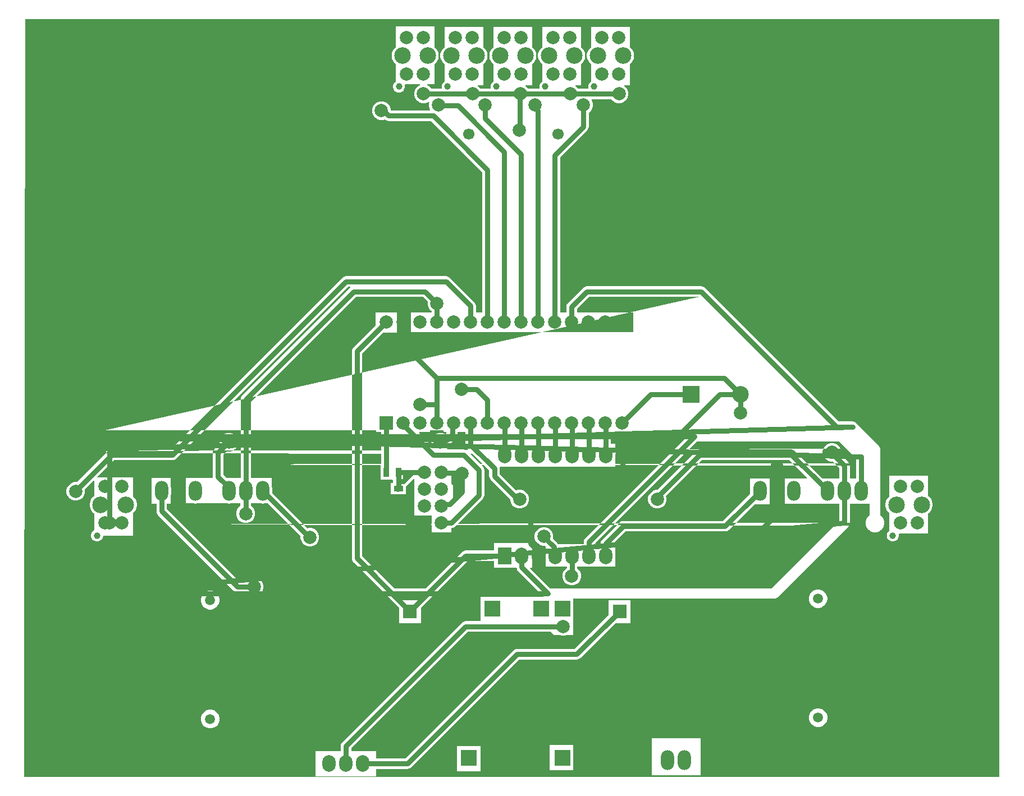
<source format=gbl>
%FSTAX24Y24*%
%MOMM*%
%SFA1B1*%

%IPPOS*%
%ADD17R,0.899998X1.449997*%
%ADD18R,1.449997X0.899998*%
%ADD37C,0.759998*%
%ADD38R,2.399995X2.399995*%
%ADD39R,2.499995X2.499995*%
%ADD40C,2.499995*%
%ADD41O,1.999996X2.999994*%
%ADD42C,0.999998*%
%ADD43C,2.499995*%
%ADD44C,1.999996*%
%ADD45R,1.999996X2.499995*%
%ADD46O,1.999996X2.499995*%
%ADD47R,1.999996X1.999996*%
%ADD48O,1.999996X2.999994*%
%ADD49R,1.999996X1.999996*%
%ADD50C,1.519997*%
%ADD51C,1.699997*%
%ADD52O,1.999996X2.499995*%
%LNpcb-1*%
%LPD*%
G36*
X1470699Y0D02*
X0D01*
Y1143*
X001299Y1144299*
X1470699*
Y0*
G37*
%LNpcb-2*%
%LPC*%
G36*
X618899Y1133199D02*
X560499D01*
Y1102099*
X559799Y1101599*
X557499Y1099299*
X555699Y1096599*
X554399Y1093599*
X553799Y1090499*
Y1087199*
X554399Y1083999*
X555699Y1080999*
X557499Y1078299*
X559799Y1075999*
X560499Y1075499*
Y1050299*
X559299Y1049499*
X557599Y1047899*
X556399Y1045799*
X555799Y1043499*
Y1041099*
X556399Y1038899*
X557599Y1036799*
X559299Y1035099*
X561299Y1033899*
X563599Y1033299*
X565999*
X568299Y1033899*
X570299Y1035099*
X571999Y1036799*
X573199Y1038899*
X573799Y1041099*
Y1043499*
X573499Y1044599*
X574299Y1045599*
X596599*
X596699Y1044299*
X596599*
X593399Y1042399*
X590799Y1039799*
X588899Y1036599*
X587999Y1033099*
Y1029399*
X588899Y1025799*
X590799Y1022599*
X593399Y1019999*
X596599Y1018199*
X600099Y1017199*
X603799*
X607399Y1018199*
X6096Y1019499*
X610699Y1018599*
X610099Y1016299*
Y1012599*
X610999Y1008999*
X612099Y1007199*
X611399Y1006099*
X552499*
Y1007699*
X551499Y1011199*
X549699Y1014399*
X547099Y1016999*
X543899Y1018899*
X540299Y1019799*
X536599*
X533099Y1018899*
X529899Y1016999*
X527299Y1014399*
X525399Y1011199*
X524499Y1007699*
Y1003999*
X525399Y1000399*
X527299Y997199*
X529899Y994599*
X533099Y992799*
X536599Y991799*
X540299*
X543499Y992699*
X543599Y992599*
X545199Y991399*
X546299Y990899*
X547099Y9906*
X549099Y990299*
X613399*
X690599Y913099*
Y700999*
X680999*
Y7112*
X680699Y713199*
X679899Y715099*
X678699Y716799*
X641799Y753599*
X640199Y754899*
X638299Y755599*
X636299Y755899*
X485099*
X483099Y755599*
X481199Y754899*
X479599Y753599*
X220299Y494299*
X132099*
X129999Y493999*
X128099Y493199*
X126499Y491999*
X079599Y445099*
X079099Y445199*
X075399*
X071899Y444199*
X068699Y442399*
X066099Y439799*
X064199Y436599*
X063299Y432999*
Y429399*
X064199Y425799*
X066099Y422599*
X068699Y419999*
X071899Y418199*
X075399Y417199*
X079099*
X082699Y418199*
X085899Y419999*
X088499Y422599*
X090299Y425799*
X091299Y429399*
Y432999*
X090999Y434199*
X104199Y447399*
X105399Y446899*
Y424399*
X104599Y423899*
X102299Y421599*
X100499Y418899*
X099299Y415899*
X098699Y412699*
Y409399*
X099299Y406199*
X100499Y403199*
X102299Y400499*
X104599Y398199*
X105399Y397699*
Y372499*
X104099Y371699*
X102399Y370099*
X101299Y367999*
X100599Y365699*
Y363399*
X101299Y361099*
X102399Y358999*
X104099Y357299*
X106199Y356199*
X108499Y355499*
X110799*
X113099Y356199*
X115199Y357299*
X116899Y358999*
X117999Y361099*
X118599Y363399*
Y364499*
X163799*
Y398399*
X165999Y400499*
X167799Y403199*
X168999Y406199*
X169599Y409399*
Y412699*
X168999Y415899*
X167799Y418899*
X165999Y421599*
X163799Y423699*
Y452099*
X150299*
X148699Y452499*
X144999*
X143399Y452099*
X124899*
X123299Y452499*
X119599*
X117999Y452099*
X110599*
X110099Y453299*
X135299Y478499*
X223499*
X225599Y478799*
X227499Y479599*
X229099Y480799*
X488399Y740199*
X491199*
X491699Y738899*
X490999Y738399*
X328399Y575799*
X327199Y574199*
X326399Y572299*
X326099Y570199*
Y451499*
X305099*
X299999Y456599*
Y486099*
X305599Y491699*
X306399Y491499*
X310099*
X313699Y492499*
X316899Y494299*
X319499Y496899*
X321299Y500099*
X322299Y503699*
Y507399*
X321299Y510899*
X319499Y514099*
X316899Y516699*
X313699Y518599*
X310099Y519499*
X306399*
X302899Y518599*
X299699Y516699*
X297099Y514099*
X295199Y510899*
X294299Y507399*
Y503699*
X294499Y502899*
X286499Y494899*
X285299Y493299*
X284499Y491399*
X284199Y489399*
Y453299*
X284299Y452499*
X283499Y451499*
X243799*
Y437899*
X243699Y436799*
Y426799*
X243799Y425699*
Y413399*
X253599*
X254199Y413199*
X257799Y412699*
X261499Y413199*
X261999Y413399*
X304399*
X304999Y413199*
X308599Y412699*
X312299Y413199*
X312799Y413399*
X325999*
Y409299*
X325099Y408799*
X322499Y406199*
X320599Y402999*
X319699Y399399*
Y395699*
X320599Y392199*
X322499Y388999*
X325099Y386399*
X328299Y384499*
X331799Y383599*
X335499*
X339099Y384499*
X342299Y386399*
X344899Y388999*
X346699Y392199*
X347699Y395699*
Y399399*
X346699Y402999*
X344899Y406199*
X342299Y408799*
X341699Y409099*
Y413399*
X355199*
X355799Y413199*
X359399Y412699*
X363099Y413199*
X363599Y413399*
X366699*
X416499Y363499*
Y360099*
X417499Y356499*
X419299Y353399*
X421899Y350699*
X425099Y348899*
X428699Y347899*
X432399*
X435899Y348899*
X439099Y350699*
X441699Y353399*
X443599Y356499*
X4445Y360099*
Y363799*
X443599Y367399*
X441699Y370499*
X439099Y373199*
X435899Y374999*
X432399Y375999*
X428699*
X426899Y375499*
X373499Y428799*
Y436799*
X373399Y437899*
Y451499*
X341899*
Y566999*
X499799Y724899*
X601299*
X608499Y717699*
X608299Y716899*
Y713199*
X609299Y709599*
X611099Y706399*
X613699Y703799*
X614399Y703399*
Y700999*
X598899*
X598699Y701099*
X595099*
X594899Y700999*
X582899*
Y688999*
Y688899*
Y685199*
Y685099*
Y671799*
X918199*
Y700999*
X903699*
X903499Y701099*
X899899*
X899699Y700999*
X878299*
X878099Y701099*
X874499*
X874299Y700999*
X852899*
X852699Y701099*
X849099*
X848899Y700999*
X833399*
Y706699*
X851599Y724899*
X1017799*
X12192Y523499*
X1218999Y522199*
X1010899*
X1008899Y521999*
X1006999Y521199*
X1005299Y519899*
X846199Y360699*
X844899Y359099*
X844099Y357199*
X843899Y355199*
Y351799*
X804699*
X804099Y352499*
X797099Y359599*
X797599Y361399*
Y365099*
X796599Y368599*
X794799Y371799*
X792199Y374399*
X788999Y376299*
X785399Y377199*
X781699*
X778199Y376299*
X774999Y374399*
X772399Y371799*
X770499Y368599*
X769599Y365099*
Y361399*
X770499Y357799*
X772399Y354599*
X774999Y351999*
X778199Y350199*
X781699Y349199*
X785199*
X786099Y348299*
Y3175*
X8001*
X800899Y317399*
X801799Y3175*
X817999*
Y315399*
X816899Y314699*
X814299Y312099*
X812499Y308899*
X811499Y305399*
Y301699*
X812499Y298099*
X814299Y294899*
X816899Y292299*
X820099Y290499*
X823699Y289499*
X827299*
X830899Y290499*
X834099Y292299*
X836699Y294899*
X838499Y298099*
X839499Y301699*
Y305399*
X838499Y308899*
X836699Y312099*
X834099Y314699*
X833799Y314899*
Y3175*
X8509*
X851699Y317399*
X852599Y3175*
X8763*
X877099Y317399*
X877999Y3175*
X891499*
Y351799*
X889099*
X888599Y352999*
X906199Y370599*
X1056599*
X1058699Y370899*
X1059499Y371199*
X1060599Y371599*
X1062199Y372899*
X1100799Y411499*
X1123899*
Y425799*
X1124099Y426799*
Y436799*
X1123899Y437799*
Y450799*
X1110499*
X1109999Y450899*
X1109399Y450799*
X1094699*
Y427699*
X1053399Y386299*
X902999*
X900899Y386099*
X898999Y385299*
X897399Y383999*
X871599Y358199*
X870299Y356599*
X869499Y354699*
X869299Y352599*
Y351799*
X861299*
X860799Y353099*
X1014199Y506499*
X1228599*
X1254499Y480599*
Y450799*
X1244899*
Y4699*
X12446Y471899*
X1243799Y473799*
X1242599Y475499*
X1231399Y486599*
X12319Y488399*
Y492099*
X1230999Y495599*
X1229099Y498799*
X1226499Y501399*
X1223299Y503299*
X1219799Y504199*
X1216099*
X1212499Y503299*
X1209299Y501399*
X1206699Y498799*
X1204899Y495599*
X1203899Y492099*
Y488399*
X1204899Y484799*
X1206699Y481599*
X1209299Y478999*
X1212499Y477199*
X1216099Y476199*
X1219499*
X1229099Y466599*
Y450799*
X1212099*
X1211599Y450899*
X1210999Y450799*
X1203699*
X1162499Y491999*
X1160899Y493199*
X1158999Y493999*
X1156999Y494299*
X1018499*
X1016499Y493999*
X1014599Y493199*
X1012999Y491999*
X954299Y433399*
X952699*
X949099Y432399*
X945899Y430599*
X943299Y427999*
X941499Y424799*
X940499Y421199*
Y417499*
X941499Y413999*
X943299Y410799*
X945899Y408199*
X949099Y406299*
X952699Y405399*
X956399*
X959899Y406299*
X963099Y408199*
X965699Y410799*
X967599Y413999*
X968499Y417499*
Y421199*
X967699Y424399*
X1021799Y478499*
X1153699*
X1180199Y451999*
X1179699Y450799*
X1161299*
X1160799Y450899*
X1160199Y450799*
X1146799*
Y437999*
X1146599Y436799*
Y426799*
X1146799Y425599*
Y412799*
X1160199*
X1160799Y412699*
X1161299Y412799*
X1210999*
X1211599Y412699*
X1212099Y412799*
X1229099*
Y386799*
X1126999Y284699*
X793199*
X762899Y315099*
X763399Y316199*
X765799*
Y353099*
X708699*
Y341899*
X665499*
X663399Y341599*
X661499Y340799*
X659899Y339599*
X605099Y284699*
X558199*
X509499Y333499*
Y639399*
X540699Y670599*
X561499*
Y700999*
X548099*
X547899Y701099*
X544299*
X544099Y700999*
X529699*
Y681899*
X496099Y648199*
X494799Y646599*
X493999Y644699*
X493799Y642599*
Y3302*
X493999Y328199*
X494799Y326299*
X496099Y324599*
X565099Y255599*
Y232399*
X598199*
Y255599*
X668699Y326099*
X708699*
Y316199*
X742399*
X742599Y314499*
X743399Y312599*
X744699Y310999*
X782699Y272999*
X782199Y271799*
X688299*
Y236199*
X687699Y235199*
X665499*
X663399Y234899*
X661499Y234199*
X659899Y232899*
X479599Y052599*
X478299Y050899*
X477499Y048999*
X477299Y046999*
Y039399*
X439399*
Y001299*
X530899*
Y012399*
X577799*
X579899Y0127*
X581799Y013499*
X583399Y014699*
X746199Y177499*
X833099*
X835199Y1778*
X837099Y178599*
X838699Y179799*
X891299Y232399*
X9144*
Y2667*
X881399*
Y244799*
X829899Y193299*
X742899*
X740899Y192999*
X738999Y192199*
X737399Y190999*
X574599Y028199*
X530899*
Y039399*
X492999*
Y043699*
X668699Y219499*
X793999*
X798799Y214599*
X806799*
X807399Y214299*
X810999Y213299*
X814599*
X818199Y214299*
X818799Y214599*
X827999*
Y268999*
X11303*
X1132299Y269299*
X1134199Y269999*
X1135899Y271299*
X1242599Y377999*
X1243799Y379599*
X12446Y381499*
X1244899Y383499*
Y412799*
X1261799*
X1262399Y412699*
X1262899Y412799*
X1274799*
Y395199*
X1274099Y394699*
X1271499Y392099*
X1269699Y388899*
X1268699Y385399*
Y381699*
X1269699Y378099*
X1271499Y374899*
X1274099Y372299*
X1277299Y370499*
X1280899Y369499*
X1284499*
X1288099Y370499*
X1291299Y372299*
X1293899Y374899*
X1295699Y378099*
X1296699Y381699*
Y385399*
X1295699Y388899*
X1293899Y392099*
X1291299Y394699*
X1290599Y395199*
Y4953*
X1290299Y497299*
X1289499Y499199*
X1288299Y500899*
X1254699Y534499*
X1252999Y535699*
X1251899Y536199*
X1251099Y536499*
X1249099Y536799*
X1228199*
X1026699Y738399*
X1024999Y739599*
X1023899Y740099*
X1023099Y740399*
X1021099Y740699*
X848399*
X846299Y740399*
X844399Y739599*
X842799Y738399*
X819899Y715499*
X818699Y713899*
X817899Y711999*
X817599Y709899*
Y700999*
X807999*
Y935299*
X848899Y976099*
X850099Y977799*
X8509Y979699*
X851199Y981699*
Y1002799*
X851899Y1003199*
X854499Y1005799*
X856299Y1008999*
X857299Y1012599*
Y1016299*
X856299Y1019799*
X855199Y1021799*
X855899Y1023099*
X885299*
X885599Y1022599*
X888199Y1019999*
X891399Y1018199*
X894899Y1017199*
X898599*
X902199Y1018199*
X905399Y1019999*
X907999Y1022599*
X909799Y1025799*
X910799Y1029399*
Y1033099*
X909799Y1036599*
X907999Y1039799*
X905399Y1042399*
X904299Y1043099*
X904599Y1044299*
X913599*
Y1076099*
X915699Y1078299*
X917499Y1080999*
X918799Y1083999*
X919399Y1087199*
Y1090499*
X918799Y1093599*
X917499Y1096599*
X915699Y1099299*
X913599Y1101499*
Y1131999*
X855099*
Y1102099*
X854399Y1101599*
X852099Y1099299*
X850299Y1096599*
X849099Y1093599*
X848399Y1090499*
Y1087199*
X849099Y1083999*
X850299Y1080999*
X852099Y1078299*
X854399Y1075999*
X855099Y1075499*
Y1050299*
X853899Y1049499*
X852199Y1047899*
X850999Y1045799*
X850399Y1043499*
Y1041099*
X850799Y1039899*
X849999Y1038899*
X834899*
X834299Y1039799*
X831699Y1042399*
X830599Y1043099*
X830999Y1044299*
X839899*
Y1076199*
X841999Y1078299*
X843799Y1080999*
X845099Y1083999*
X845699Y1087199*
Y1090499*
X845099Y1093599*
X843799Y1096599*
X841999Y1099299*
X839899Y1101499*
Y1131999*
X781499*
Y1102199*
X780699Y1101599*
X778399Y1099299*
X776599Y1096599*
X775299Y1093599*
X7747Y1090499*
Y1087199*
X775299Y1083999*
X776599Y1080999*
X778399Y1078299*
X780699Y1075999*
X781499Y1075499*
Y1050299*
X780199Y1049499*
X778499Y1047899*
X777299Y1045799*
X776699Y1043499*
Y1041099*
X776999Y1040099*
X776199Y1039099*
X759599*
X759199Y1039799*
X756599Y1042399*
X755599Y1043099*
X755899Y1044299*
X766199*
Y1076099*
X768399Y1078299*
X770199Y1080999*
X771499Y1083999*
X772099Y1087199*
Y1090499*
X771499Y1093599*
X770199Y1096599*
X768399Y1099299*
X766199Y1101499*
Y1131999*
X707799*
Y1102099*
X707099Y1101599*
X704799Y1099299*
X702999Y1096599*
X701699Y1093599*
X701099Y1090499*
Y1087199*
X701699Y1083999*
X702999Y1080999*
X704799Y1078299*
X707099Y1075999*
X707799Y1075499*
Y1050299*
X706599Y1049499*
X704899Y1047899*
X703699Y1045799*
X703099Y1043499*
Y1041099*
X703399Y1040099*
X702599Y1039099*
X687399*
X686999Y1039799*
X684399Y1042399*
X683299Y1043099*
X683699Y1044299*
X692599*
Y1076099*
X694799Y1078299*
X696599Y1080999*
X697799Y1083999*
X698399Y1087199*
Y1090499*
X697799Y1093599*
X696599Y1096599*
X694799Y1099299*
X692599Y1101499*
Y1131999*
X634199*
Y1102099*
X633399Y1101599*
X631099Y1099299*
X629299Y1096599*
X628099Y1093599*
X627399Y1090499*
Y1087199*
X628099Y1083999*
X629299Y1080999*
X631099Y1078299*
X633399Y1075999*
X634199Y1075499*
Y1050299*
X632899Y1049499*
X631199Y1047899*
X630099Y1045799*
X629399Y1043499*
Y1041099*
X629699Y1040099*
X628899Y1039099*
X613599*
X613199Y1039799*
X610599Y1042399*
X607399Y1044299*
X607199*
X607399Y1045599*
X618899*
Y1076099*
X621099Y1078299*
X622899Y1080999*
X624099Y1083999*
X624799Y1087199*
Y1090499*
X624099Y1093599*
X622899Y1096599*
X621099Y1099299*
X618899Y1101499*
Y1133199*
G37*
G36*
X660899Y599599D02*
X657199D01*
X653599Y598599*
X650499Y596799*
X647799Y594099*
X645999Y590999*
X644999Y587399*
Y583699*
X645999Y580099*
X647799Y576999*
X650499Y574299*
X653599Y572499*
X657199Y5715*
X660899*
X664499Y572499*
X667599Y574299*
X670299Y576999*
X670699Y577699*
X678599*
X690499Y565799*
Y550599*
X689599Y549699*
X632499Y549899*
Y5207*
X635999*
X636599Y519399*
X634599Y517499*
X632799Y518499*
X629199Y519499*
X625499*
X621999Y518499*
X618799Y516699*
X616199Y514099*
X614299Y510899*
X613399Y507299*
Y503599*
X613599Y502899*
X612499Y502299*
X595399Y519399*
X595899Y5207*
X598699*
X598899*
X612099*
Y549899*
X530899*
Y5207*
X532099*
X538199*
Y470999*
X537599*
Y448499*
X554599*
X554999*
X556199Y447499*
Y443499*
X552799*
Y426499*
X562099*
X562599*
X563399*
X563899*
X575299*
Y438899*
X575699Y439099*
X586799Y450299*
X587999Y449799*
Y394999*
X601299*
X601399Y394899*
X605099*
X605199Y394999*
X614699*
Y385499*
Y385399*
Y381699*
Y381599*
Y369599*
X626699*
X626799Y369499*
X630499*
X630599Y369599*
X643899*
Y375699*
X645899Y375899*
X647799Y376699*
X649499Y377999*
X691399Y419899*
X692599Y421499*
X693399Y423399*
X693699Y425399*
Y463499*
X693399Y465599*
X692599Y467499*
X691399Y469099*
X668499Y491999*
X666899Y493199*
X664999Y493999*
X662899Y494299*
X637699*
X637199Y495499*
X638599Y496899*
X640399Y500099*
X640799Y501599*
X641699Y502299*
X650899Y511499*
X652199Y513099*
X652899Y514999*
X653199Y517099*
Y5207*
X665199*
Y501699*
X665499Y499599*
X666299Y497699*
X667499Y496099*
X700899Y462699*
Y454399*
X701199Y452399*
X701999Y450499*
X703199Y448799*
X732899Y419199*
Y417699*
X733899Y414099*
X735699Y410899*
X738299Y408299*
X741499Y406499*
X745099Y405499*
X748799*
X752299Y406499*
X755499Y408299*
X758099Y410899*
X759999Y414099*
X760899Y417699*
Y421399*
X759999Y424899*
X758099Y428099*
X755499Y430699*
X752299Y432599*
X748799Y433499*
X745099*
X741699Y432599*
X716699Y457699*
Y465899*
X716499Y467399*
X717399Y468699*
X891499*
Y502999*
X884599*
Y5207*
X899699*
X899899*
X903499*
X903699*
X916899*
Y538799*
X948099Y569999*
X988099*
Y560099*
X1023599*
Y5969*
X988099*
Y585699*
X944899*
X942799Y585499*
X940899Y584699*
X939299Y583399*
X904599Y548699*
X706199Y549599*
Y569099*
X705999Y571099*
X705199Y572999*
X703899Y574699*
X687499Y591099*
X6858Y592399*
X683899Y593199*
X681899Y593399*
X670699*
X670299Y594099*
X667599Y596799*
X664499Y598599*
X660899Y599599*
G37*
G36*
X1363099Y454999D02*
X1304699D01*
Y423899*
X1304599*
X1302299Y421599*
X1300499Y418899*
X1299299Y415899*
X1298699Y412699*
Y409399*
X1299299Y406199*
X1300499Y403199*
X1302299Y400499*
X1304599Y398199*
X1304699*
Y372099*
X1304099Y371699*
X1302399Y370099*
X1301299Y367999*
X1300599Y365699*
Y363399*
X1301299Y361099*
X1302399Y358999*
X1304099Y357299*
X1306199Y356199*
X1308499Y355499*
X1310799*
X1313099Y356199*
X1315199Y357299*
X1316899Y358999*
X1317999Y361099*
X1318599Y363399*
Y365699*
X1318499Y366399*
X1319199Y367399*
X1363099*
Y397899*
X1363699Y398199*
X1365999Y400499*
X1367799Y403199*
X1368999Y406199*
X1369599Y409399*
Y412699*
X1368999Y415899*
X1367799Y418899*
X1365999Y421599*
X1363699Y423899*
X1363099Y424199*
Y454999*
G37*
G36*
X220999Y451499D02*
X191799D01*
Y412099*
X199099*
Y401299*
X199399Y399299*
X200199Y397399*
X201399Y395699*
X315699Y281399*
X317399Y280199*
X319299Y2794*
X321299Y279099*
X335099*
X335499Y278399*
X338099Y275799*
X341299Y273999*
X344899Y272999*
X348599*
X352099Y273999*
X355299Y275799*
X357899Y278399*
X359799Y281599*
X360699Y285199*
Y288899*
X359799Y292399*
X357899Y295599*
X355299Y298199*
X352099Y300099*
X348599Y300999*
X344899*
X341299Y300099*
X338099Y298199*
X335499Y295599*
X335099Y294899*
X324599*
X214899Y404599*
Y412099*
X220999*
Y425699*
X221099Y426799*
Y436799*
X220999Y437899*
Y451499*
G37*
G36*
X1198699Y283199D02*
X1194999D01*
X1191499Y282199*
X1188299Y280399*
X1185699Y277799*
X1183799Y274599*
X1182899Y270999*
Y267299*
X1183799Y263799*
X1185699Y260599*
X1188299Y257999*
X1191499Y256099*
X1194999Y255199*
X1198699*
X1202299Y256099*
X1205499Y257999*
X1208099Y260599*
X1209899Y263799*
X1210899Y267299*
Y270999*
X1209899Y274599*
X1208099Y277799*
X1205499Y280399*
X1202299Y282199*
X1198699Y283199*
G37*
G36*
X281999Y280899D02*
X278299D01*
X274699Y279999*
X271499Y278099*
X268899Y275499*
X267099Y272299*
X266099Y268799*
Y265099*
X267099Y261499*
X268899Y258299*
X271499Y255699*
X274699Y253899*
X278299Y252899*
X281999*
X285499Y253899*
X288699Y255699*
X291299Y258299*
X293199Y261499*
X294099Y265099*
Y268799*
X293199Y272299*
X291299Y275499*
X288699Y278099*
X285499Y279999*
X281999Y280899*
G37*
G36*
X1198799Y103799D02*
X1195099D01*
X1191599Y102799*
X1188399Y100999*
X1185799Y098399*
X1183899Y095199*
X1182999Y091599*
Y087899*
X1183899Y084399*
X1185799Y081199*
X1188399Y078599*
X1191599Y076699*
X1195099Y075799*
X1198799*
X1202399Y076699*
X1205599Y078599*
X1208199Y081199*
X1209999Y084399*
X1210999Y087899*
Y091599*
X1209999Y095199*
X1208199Y098399*
X1205599Y100999*
X1202399Y102799*
X1198799Y103799*
G37*
G36*
X282099Y101499D02*
X278399D01*
X274799Y100599*
X271599Y098699*
X268999Y096099*
X267199Y092899*
X266199Y089399*
Y085699*
X267199Y082099*
X268999Y078899*
X271599Y076299*
X274799Y074499*
X278399Y073499*
X282099*
X285599Y074499*
X288799Y076299*
X291399Y078899*
X293299Y082099*
X294199Y085699*
Y089399*
X293299Y092899*
X291399Y096099*
X288799Y098699*
X285599Y100599*
X282099Y101499*
G37*
G36*
X827999Y048299D02*
X792499D01*
Y010199*
X827999*
Y048299*
G37*
G36*
X688299Y046899D02*
X652699D01*
Y008799*
X688299*
Y046899*
G37*
G36*
X1019699Y058499D02*
X945999D01*
Y002699*
X1019699*
Y058499*
G37*
%LNpcb-3*%
%LPD*%
G36*
X610999Y279499D02*
X598199Y2667D01*
X565099*
X552399Y2794*
X553699Y280699*
X610499*
X610999Y279499*
G37*
G36*
X587999Y4572D02*
X572799Y441999D01*
X564099*
Y449899*
X5715*
Y459699*
X587999*
Y4572*
G37*
G36*
X659499Y458499D02*
X659799Y457799D01*
Y428999*
X658599Y428499*
Y428599*
X647599Y416599*
X646399Y416999*
Y440699*
X643899Y443199*
Y458199*
X644799Y459099*
X659499Y458499*
G37*
G54D17*
X564099Y459699D03*
X5461D03*
G54D18*
X564099Y416999D03*
Y434999D03*
G54D37*
X681899Y585599D02*
X698399Y569099D01*
X658999Y585599D02*
X681899D01*
X698399Y534799D02*
Y569099D01*
Y534799D02*
X6985Y534699D01*
X6223Y561299D02*
Y601999D01*
Y534699D02*
Y561299D01*
X5969Y562599D02*
X620999D01*
X6223Y561299*
X629699Y507799D02*
X636099D01*
X645299Y517099D02*
Y532299D01*
X636099Y507799D02*
X645299Y517099D01*
X627399Y505499D02*
X629699Y507799D01*
X645299Y532299D02*
X6477Y534699D01*
X769899Y1011099D02*
X7747Y1006299D01*
X769899Y1011099D02*
Y1014399D01*
X7747Y687099D02*
Y1006299D01*
X743699Y419499D02*
X746899D01*
X708799Y454399D02*
X743699Y419499D01*
X708799Y454399D02*
Y465899D01*
X6731Y501699D02*
X708799Y465899D01*
X6731Y501699D02*
Y534699D01*
X9525Y420399D02*
X1018499Y486399D01*
X2921Y453299D02*
Y489399D01*
Y453299D02*
X308599Y436799D01*
X2921Y489399D02*
X308299Y505499D01*
X308599Y4318D02*
Y436799D01*
X581699Y199399D02*
X636299Y254D01*
X1069299Y331499D02*
X1135399Y397499D01*
X564099Y397299D02*
Y416999D01*
Y397299D02*
X577799Y383499D01*
X603299*
X232399Y4318D02*
Y463499D01*
Y407999D02*
X268499Y371899D01*
X232399Y407999D02*
Y4318D01*
X321299Y286999D02*
X346699D01*
X206999Y401299D02*
Y4318D01*
Y401299D02*
X321299Y286999D01*
X333799Y431599D02*
X333999Y4318D01*
X333799Y397699D02*
Y431599D01*
X333699Y397599D02*
X333799Y397699D01*
X562299Y434699D02*
X562599Y434299D01*
X563399*
X564099Y434999D02*
Y459699D01*
X563399Y434299D02*
X564099Y434999D01*
X1079899Y549699D02*
X1080099Y549499D01*
X1079599Y577899D02*
X1079899Y577599D01*
Y549699D02*
Y577599D01*
X6223Y601999D02*
X1055499D01*
X1079599Y577899*
X1135399Y4318D02*
Y467299D01*
X954999Y331499D02*
X1069299D01*
X1135399Y397499D02*
Y4318D01*
X903799Y332699D02*
X953799D01*
X954999Y331499*
X902499Y333999D02*
X903799Y332699D01*
X957599Y486399D02*
X1048999Y577899D01*
X902499Y486399D02*
X957599D01*
X1048999Y577899D02*
X1079599D01*
X851699Y355199D02*
X1010899Y514399D01*
X12319*
X873299Y437699D02*
X902499Y466899D01*
X806599Y437699D02*
X873299D01*
X902499Y466899D02*
Y486399D01*
X763299Y394299D02*
X806599Y437699D01*
X763299Y352099D02*
Y394299D01*
X775499Y333999D02*
Y339899D01*
X763299Y352099D02*
X775499Y339899D01*
X5715Y652799D02*
Y687099D01*
Y652799D02*
X6223Y601999D01*
X5715Y687099D02*
Y712499D01*
X8001Y938499D02*
X843299Y981699D01*
Y1011999*
X8001Y687099D02*
Y938499D01*
X7239Y687099D02*
Y943599D01*
X624799Y1013699D02*
X653799D01*
X7239Y943599*
X6985Y687099D02*
Y916399D01*
X616699Y998199D02*
X6985Y916399D01*
X549099Y998199D02*
X616699D01*
X747999Y1031199D02*
X780699D01*
X717099D02*
X747999D01*
X747399Y1030599D02*
X747999Y1031199D01*
X746799Y976599D02*
X747399Y977299D01*
Y1030599*
X694699Y994399D02*
Y1013499D01*
X7493Y687099D02*
Y9398D01*
X694699Y994399D02*
X7493Y9398D01*
X624099Y1014399D02*
X624799Y1013699D01*
X541499Y1005799D02*
X549099Y998199D01*
X538499Y1005799D02*
X541499D01*
X675799Y1031199D02*
X707099D01*
X707399Y1030999D02*
X716799D01*
X707099Y1031199D02*
X707399Y1030999D01*
X716799D02*
X717099Y1031199D01*
X790399Y1030999D02*
X790699Y1031199D01*
X780999Y1030999D02*
X790399D01*
X790699Y1031199D02*
X823099D01*
X780699D02*
X780999Y1030999D01*
X823399D02*
X896499D01*
X633499Y1031199D02*
X633699Y1030999D01*
X674999*
X601999Y1031199D02*
X633499D01*
X1215399Y491499D02*
X1236999Y4699D01*
X333999Y4318D02*
Y570199D01*
X833099Y185399D02*
X897899Y250199D01*
X742899Y185399D02*
X833099D01*
X577799Y020299D02*
X742899Y185399D01*
X858499Y139599D02*
X896599Y1778D01*
X746699Y139599D02*
X858499D01*
X581699Y1778D02*
Y199399D01*
X496599Y732799D02*
X604499D01*
X6223Y714999*
Y687099D02*
Y714999D01*
X333999Y570199D02*
X496599Y732799D01*
X1018499Y486399D02*
X1156999D01*
X851699Y333999D02*
Y355199D01*
X1211599Y4318D02*
Y433499D01*
X1205899Y439199D02*
X1211599Y433499D01*
X1204199Y439199D02*
X1205899D01*
X1156999Y486399D02*
X1204199Y439199D01*
X501699Y3302D02*
Y642599D01*
X5461Y687099*
Y459699D02*
Y534699D01*
X782299Y363199D02*
X798599Y346999D01*
X366799Y424399D02*
X427999Y363199D01*
X636299Y747999D02*
X6731Y7112D01*
Y687099D02*
Y7112D01*
X223499Y486399D02*
X485099Y747999D01*
X636299*
X078499Y432899D02*
X132099Y486399D01*
X223499*
X662899D02*
X6858Y463499D01*
X643899Y383499D02*
X6858Y425399D01*
Y463499*
X617199Y486399D02*
X662899D01*
X5715Y532099D02*
X617199Y486399D01*
X11303Y276899D02*
X1236999Y383499D01*
X789899Y276899D02*
X11303D01*
X750199Y316599D02*
X789899Y276899D01*
X825899Y303899D02*
Y333599D01*
X8255Y303499D02*
X825899Y303899D01*
Y333599D02*
X826299Y333999D01*
X798599Y336399D02*
X800899Y333999D01*
X798599Y336399D02*
Y346999D01*
X359399Y430099D02*
X365099Y424399D01*
X366799*
X359399Y430099D02*
Y4318D01*
X1249099Y528899D02*
X12827Y4953D01*
Y383499D02*
Y4953D01*
X1224999Y528899D02*
X1249099D01*
X848399Y732799D02*
X1021099D01*
X1224999Y528899*
X8255Y687099D02*
Y709899D01*
X848399Y732799*
X1262399Y4318D02*
Y483899D01*
X12319Y514399D02*
X1262399Y483899D01*
X902999Y378499D02*
X1056599D01*
X877099Y333999D02*
Y352599D01*
X902999Y378499*
X1056599D02*
X1102599Y424399D01*
X1109999Y430099D02*
Y4318D01*
X1104199Y424399D02*
X1109999Y430099D01*
X1102599Y424399D02*
X1104199D01*
X750099Y333999D02*
X750199Y333899D01*
Y316599D02*
Y333899D01*
X1236999Y383499D02*
Y4318D01*
X724299Y486799D02*
Y534299D01*
Y486799D02*
X724699Y486399D01*
X7239Y534699D02*
X724299Y534299D01*
X749699Y486799D02*
Y534299D01*
X7493Y534699D02*
X749699Y534299D01*
Y486799D02*
X750099Y486399D01*
X775099Y486799D02*
X775499Y486399D01*
X7747Y534699D02*
X775099Y534299D01*
Y486799D02*
Y534299D01*
X8001Y534699D02*
X800499Y534299D01*
Y486799D02*
Y534299D01*
Y486799D02*
X800899Y486399D01*
X825899Y486799D02*
X826299Y486399D01*
X8255Y534699D02*
X825899Y534299D01*
Y486799D02*
Y534299D01*
X851299Y486799D02*
Y534299D01*
Y486799D02*
X851699Y486399D01*
X8509Y534699D02*
X851299Y534299D01*
X8763Y534699D02*
X876699Y534299D01*
Y486799D02*
Y534299D01*
Y486799D02*
X877099Y486399D01*
X944899Y577799D02*
X1005799D01*
X9017Y534699D02*
X944899Y577799D01*
X1236999Y4318D02*
Y4699D01*
X641199Y411299D02*
X659799Y429899D01*
Y459099*
X628699Y408899D02*
X630999Y411299D01*
X641199*
X628699Y459699D02*
X629299Y459099D01*
X659799*
X628699Y383499D02*
X643899D01*
X5715Y532099D02*
Y534699D01*
X565099Y459699D02*
X603299D01*
X501699Y3302D02*
X581699Y250199D01*
X665499Y333999*
X724699*
X485099Y020299D02*
Y046999D01*
X665499Y227299D02*
X8128D01*
X485099Y046999D02*
X665499Y227299D01*
X510499Y020299D02*
X577799D01*
G54D38*
X811499Y029199D03*
X811899Y253799D03*
X670599Y029199D03*
X779099Y253799D03*
X706099D03*
X670599D03*
G54D39*
X1005799Y577799D03*
G54D40*
X1079599Y577899D03*
G54D41*
X257799Y4318D03*
X232399D03*
X206999D03*
X1109999D03*
X1135399D03*
X1160799D03*
X1211599D03*
X1236999D03*
X1262399D03*
X308599D03*
X333999D03*
X359399D03*
G54D42*
X638399Y1042299D03*
X564799D03*
X859399D03*
X1309599Y364499D03*
X109599D03*
X785699Y1042299D03*
X712099D03*
G54D43*
X681899Y1088799D03*
X643899D03*
X608299D03*
X570299D03*
X864899D03*
X902899D03*
X1315199Y410999D03*
X1353099D03*
X115199D03*
X153099D03*
X791199Y1088799D03*
X829199D03*
X717599D03*
X755599D03*
G54D44*
X675599Y1116299D03*
X650199D03*
X675599Y1061299D03*
X650199D03*
X601999Y1116299D03*
X576599D03*
X601999Y1061299D03*
X576599D03*
X871199D03*
X896599D03*
X871199Y1116299D03*
X896599D03*
X5715Y534699D03*
X5969D03*
X6223D03*
X6477D03*
X6985D03*
X7239D03*
X7493D03*
X7747D03*
X8001D03*
X8255D03*
X8509D03*
X8763D03*
X9017D03*
Y687099D03*
X8763D03*
X8509D03*
X8255D03*
X8001D03*
X7747D03*
X7493D03*
X7239D03*
X6985D03*
X6731D03*
X6477D03*
X6223D03*
X5969D03*
X5715D03*
X5461D03*
X6731Y534699D03*
X581699Y1778D03*
X896599D03*
X1321399Y383499D03*
X1346799D03*
X1321399Y438499D03*
X1346799D03*
X121399Y383499D03*
X146799D03*
X121399Y438499D03*
X146799D03*
X797499Y1061299D03*
X822899D03*
X797499Y1116299D03*
X822899D03*
X7239Y1061299D03*
X7493D03*
X7239Y1116299D03*
X7493D03*
X603299Y459699D03*
Y408899D03*
Y434299D03*
X628699D03*
Y408899D03*
Y383499D03*
Y459699D03*
X658999Y585599D03*
X5969Y562599D03*
X627399Y505499D03*
X746899Y419499D03*
X077299Y431199D03*
X564199Y397999D03*
X231599Y465599D03*
X268499Y371899D03*
X333699Y397599D03*
X1080099Y549499D03*
X1134699Y396599D03*
Y467699D03*
X954999Y331499D03*
X746799Y976599D03*
X571899Y713799D03*
X843299Y1014399D03*
X769899D03*
X694699D03*
X624099D03*
X538499Y1005799D03*
X896799Y1031199D03*
X823099D03*
X747999D03*
X601999D03*
X675799D03*
X746699Y139599D03*
X637499Y252699D03*
X6223Y714999D03*
X954499Y419399D03*
X783599Y363199D03*
X430499Y361899D03*
X308299Y505499D03*
X8255Y303499D03*
X346699Y286999D03*
X12827Y383499D03*
X1217899Y490199D03*
X6604Y458499D03*
X8128Y227299D03*
G54D45*
X724699Y333999D03*
G54D46*
X902499Y486399D03*
X877099D03*
X851699D03*
X826299D03*
X800899D03*
X775499D03*
X750099D03*
X724699D03*
X750099Y333999D03*
X775499D03*
X800899D03*
X826299D03*
X851699D03*
X877099D03*
X902499D03*
G54D47*
X5461Y534699D03*
G54D48*
X970299Y0254D03*
X995299D03*
G54D49*
X897899Y250199D03*
X581699D03*
X603299Y383499D03*
G54D50*
X280199Y087499D03*
X280099Y266899D03*
X1196999Y089799D03*
X1196899Y269199D03*
G54D51*
X670599Y970299D03*
X805199D03*
G54D52*
X510499Y020299D03*
X485099D03*
X459699D03*
M02*
</source>
